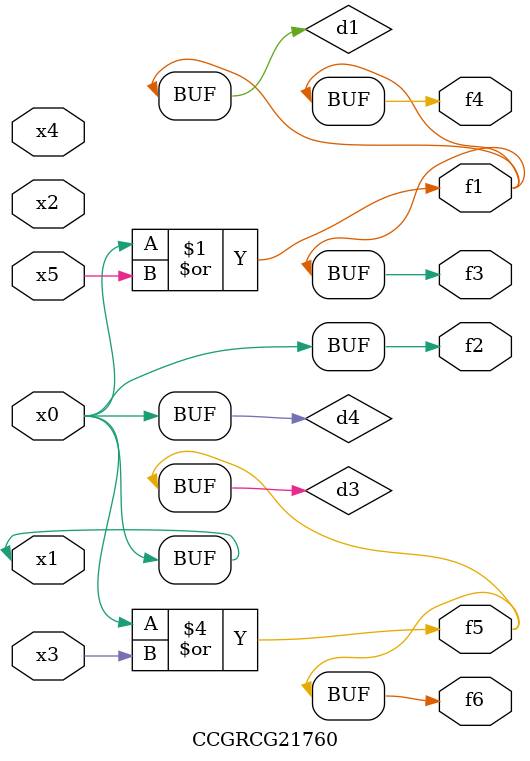
<source format=v>
module CCGRCG21760(
	input x0, x1, x2, x3, x4, x5,
	output f1, f2, f3, f4, f5, f6
);

	wire d1, d2, d3, d4;

	or (d1, x0, x5);
	xnor (d2, x1, x4);
	or (d3, x0, x3);
	buf (d4, x0, x1);
	assign f1 = d1;
	assign f2 = d4;
	assign f3 = d1;
	assign f4 = d1;
	assign f5 = d3;
	assign f6 = d3;
endmodule

</source>
